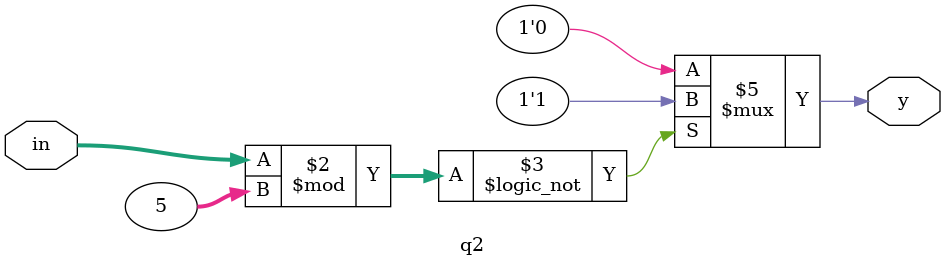
<source format=v>
`timescale 1ns / 1ps
module q2(in,y);
input [100:0]in;
output reg y;
always@(*)
begin
if(in%5==0)begin
y=1'b1;
$display("The number is evenly divisible by 5");
end
else begin
y=1'b0;
$display("The number is notevenly divisible by 5");
end
end
endmodule

</source>
